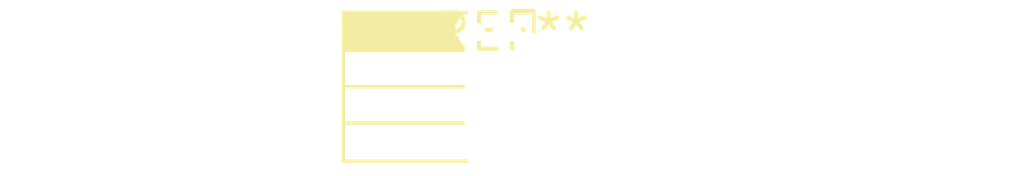
<source format=kicad_pcb>
(kicad_pcb (version 20240108) (generator pcbnew)
  (layers (0 "F.Cu" signal) (31 "B.Cu" signal) (34 "B.Paste" user) (35 "F.Paste" user) (36 "B.SilkS" user "B.Silkscreen") (37 "F.SilkS" user "F.Silkscreen") (38 "B.Mask" user) (39 "F.Mask" user) (44 "Edge.Cuts" user))
  (net 0 "")
  (footprint "PinSocket_2x04_P1.27mm_Horizontal" (layer "F.Cu") (at 0 0)
    (property "Reference" "REF**")
    (property "Value" "PinSocket_2x04_P1.27mm_Horizontal")
    (fp_line (start -5.88 -0.695) (end -5.88 4.505) (layer "F.SilkS") (stroke (width 0.12)))
    (fp_line (start -5.88 -0.695) (end -1.57753 -0.695) (layer "F.SilkS") (stroke (width 0.12)))
    (fp_line (start -5.88 -0.575) (end -1.766966 -0.575) (layer "F.SilkS") (stroke (width 0.12)))
    (fp_line (start -5.88 -0.465) (end -1.871145 -0.465) (layer "F.SilkS") (stroke (width 0.12)))
    (fp_line (start -5.88 -0.355) (end -1.941993 -0.355) (layer "F.SilkS") (stroke (width 0.12)))
    (fp_line (start -5.88 -0.245) (end -1.989427 -0.245) (layer "F.SilkS") (stroke (width 0.12)))
    (fp_line (start -5.88 -0.135) (end -2.017914 -0.135) (layer "F.SilkS") (stroke (width 0.12)))
    (fp_line (start -5.88 -0.025) (end -2.029589 -0.025) (layer "F.SilkS") (stroke (width 0.12)))
    (fp_line (start -5.88 0.085) (end -2.025232 0.085) (layer "F.SilkS") (stroke (width 0.12)))
    (fp_line (start -5.88 0.195) (end -2.004558 0.195) (layer "F.SilkS") (stroke (width 0.12)))
    (fp_line (start -5.88 0.305) (end -1.966114 0.305) (layer "F.SilkS") (stroke (width 0.12)))
    (fp_line (start -5.88 0.415) (end -1.906691 0.415) (layer "F.SilkS") (stroke (width 0.12)))
    (fp_line (start -5.88 0.525) (end -1.819523 0.525) (layer "F.SilkS") (stroke (width 0.12)))
    (fp_line (start -5.88 0.635) (end -1.687582 0.635) (layer "F.SilkS") (stroke (width 0.12)))
    (fp_line (start -5.88 1.905) (end -1.687582 1.905) (layer "F.SilkS") (stroke (width 0.12)))
    (fp_line (start -5.88 3.175) (end -1.687582 3.175) (layer "F.SilkS") (stroke (width 0.12)))
    (fp_line (start -5.88 4.505) (end -1.57753 4.505) (layer "F.SilkS") (stroke (width 0.12)))
    (fp_line (start 0 -0.76) (end 0.76 -0.76) (layer "F.SilkS") (stroke (width 0.12)))
    (fp_line (start 0.76 -0.76) (end 0.76 0) (layer "F.SilkS") (stroke (width 0.12)))
    (pad "1" thru_hole rect (at 0 0) (size 1 1) (drill 0.65) (layers *.Cu *.Mask) (remove_unused_layers))
    (pad "2" thru_hole oval (at -1.27 0) (size 1 1) (drill 0.65) (layers *.Cu *.Mask) (remove_unused_layers))
    (pad "3" thru_hole oval (at 0 1.27) (size 1 1) (drill 0.65) (layers *.Cu *.Mask) (remove_unused_layers))
    (pad "4" thru_hole oval (at -1.27 1.27) (size 1 1) (drill 0.65) (layers *.Cu *.Mask) (remove_unused_layers))
    (pad "5" thru_hole oval (at 0 2.54) (size 1 1) (drill 0.65) (layers *.Cu *.Mask) (remove_unused_layers))
    (pad "6" thru_hole oval (at -1.27 2.54) (size 1 1) (drill 0.65) (layers *.Cu *.Mask) (remove_unused_layers))
    (pad "7" thru_hole oval (at 0 3.81) (size 1 1) (drill 0.65) (layers *.Cu *.Mask) (remove_unused_layers))
    (pad "8" thru_hole oval (at -1.27 3.81) (size 1 1) (drill 0.65) (layers *.Cu *.Mask) (remove_unused_layers))
  )
)
</source>
